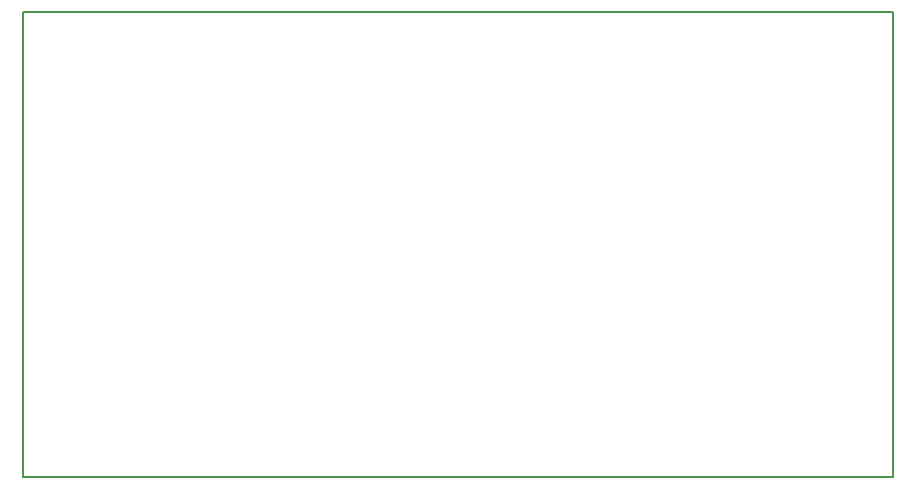
<source format=gbr>
G04 #@! TF.FileFunction,Profile,NP*
%FSLAX46Y46*%
G04 Gerber Fmt 4.6, Leading zero omitted, Abs format (unit mm)*
G04 Created by KiCad (PCBNEW 4.0.6+dfsg1-1) date Wed Nov  1 12:52:48 2017*
%MOMM*%
%LPD*%
G01*
G04 APERTURE LIST*
%ADD10C,0.050000*%
%ADD11C,0.150000*%
G04 APERTURE END LIST*
D10*
D11*
X187960000Y-124460000D02*
X187960000Y-85090000D01*
X114300000Y-124460000D02*
X187960000Y-124460000D01*
X114300000Y-85090000D02*
X114300000Y-124460000D01*
X187960000Y-85090000D02*
X114300000Y-85090000D01*
M02*

</source>
